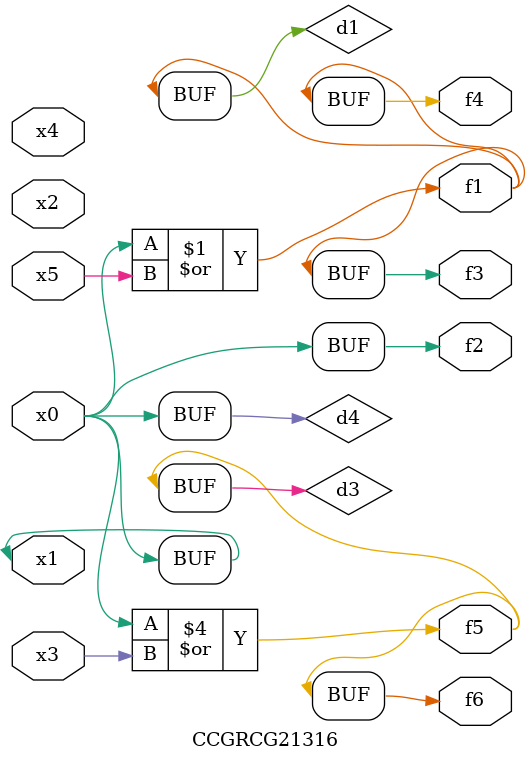
<source format=v>
module CCGRCG21316(
	input x0, x1, x2, x3, x4, x5,
	output f1, f2, f3, f4, f5, f6
);

	wire d1, d2, d3, d4;

	or (d1, x0, x5);
	xnor (d2, x1, x4);
	or (d3, x0, x3);
	buf (d4, x0, x1);
	assign f1 = d1;
	assign f2 = d4;
	assign f3 = d1;
	assign f4 = d1;
	assign f5 = d3;
	assign f6 = d3;
endmodule

</source>
